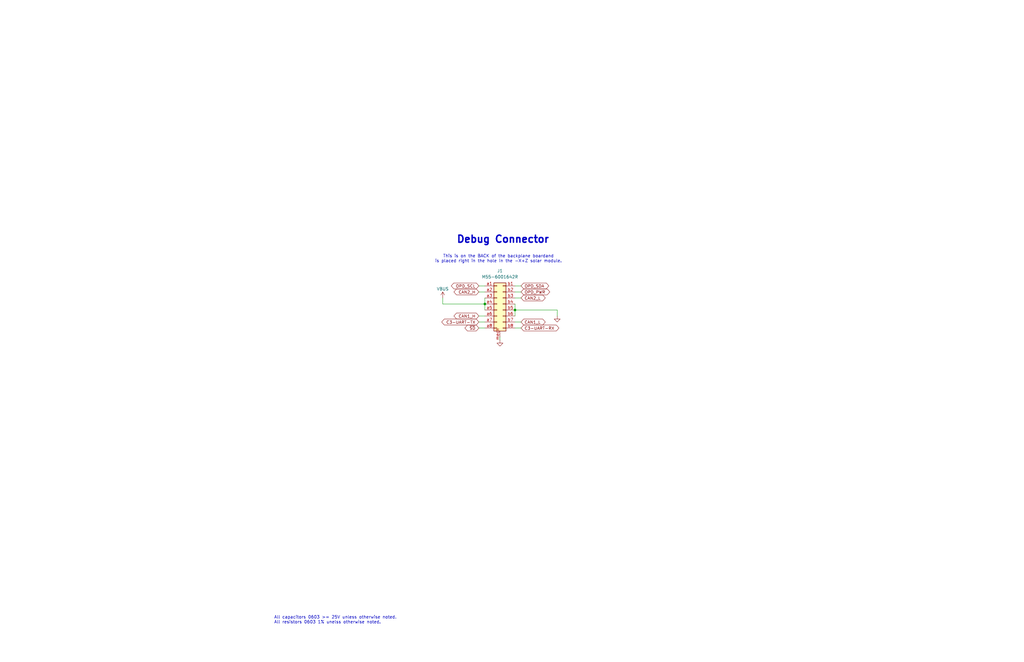
<source format=kicad_sch>
(kicad_sch (version 20250114) (generator "eeschema") (generator_version "9.0")
  (paper "USLedger")
  (title_block (title "OreSat1 2U Backplane") (date "2025-09-28") (rev "1.0") (company "Portland State Aerospace Society"))
  (lib_symbols
    (symbol "oresat-connectors:m55-6001642" (pin_names (hide yes))
      (property "Reference" "J" (at 0 0 0))
      (property "Value" "m55-6001642" (at 0 0 0))
      (symbol "m55-6001642_1_1"
        (rectangle (start -2.54 -1.27) (end 2.54 -21.59) (stroke (width 0.254)) (fill (type background)))
        (rectangle (start -2.54 -2.413) (end -1.27 -2.667) (stroke (width 0.1524)))
        (rectangle (start -2.54 -4.953) (end -1.27 -5.207) (stroke (width 0.1524)))
        (rectangle (start -2.54 -7.493) (end -1.27 -7.747) (stroke (width 0.1524)))
        (rectangle (start -2.54 -10.033) (end -1.27 -10.287) (stroke (width 0.1524)))
        (rectangle (start -2.54 -12.573) (end -1.27 -12.827) (stroke (width 0.1524)))
        (rectangle (start -2.54 -15.113) (end -1.27 -15.367) (stroke (width 0.1524)))
        (rectangle (start -2.54 -17.653) (end -1.27 -17.907) (stroke (width 0.1524)))
        (rectangle (start -2.54 -20.193) (end -1.27 -20.447) (stroke (width 0.1524)))
        (rectangle (start 2.54 -2.413) (end 1.27 -2.667) (stroke (width 0.1524)))
        (rectangle (start 2.54 -4.953) (end 1.27 -5.207) (stroke (width 0.1524)))
        (rectangle (start 2.54 -7.493) (end 1.27 -7.747) (stroke (width 0.1524)))
        (rectangle (start 2.54 -10.033) (end 1.27 -10.287) (stroke (width 0.1524)))
        (rectangle (start 2.54 -12.573) (end 1.27 -12.827) (stroke (width 0.1524)))
        (rectangle (start 2.54 -15.113) (end 1.27 -15.367) (stroke (width 0.1524)))
        (rectangle (start 2.54 -17.653) (end 1.27 -17.907) (stroke (width 0.1524)))
        (rectangle (start 2.54 -20.193) (end 1.27 -20.447) (stroke (width 0.1524)))
        (pin passive line (at -6.35 -2.54 0) (length 3.81) (name "Pin_a1") (number "a1"))
        (pin passive line (at -6.35 -5.08 0) (length 3.81) (name "Pin_a2") (number "a2"))
        (pin passive line (at -6.35 -7.62 0) (length 3.81) (name "Pin_a3") (number "a3"))
        (pin passive line (at -6.35 -10.16 0) (length 3.81) (name "Pin_a4") (number "a4"))
        (pin passive line (at -6.35 -12.7 0) (length 3.81) (name "Pin_a5") (number "a5"))
        (pin passive line (at -6.35 -15.24 0) (length 3.81) (name "Pin_a6") (number "a6"))
        (pin passive line (at -6.35 -17.78 0) (length 3.81) (name "Pin_a7") (number "a7"))
        (pin passive line (at -6.35 -20.32 0) (length 3.81) (name "Pin_a8") (number "a8"))
        (pin passive line (at 0 -24.13 90) (length 2.54) (name "") (number "mech"))
        (pin passive line (at 6.35 -2.54 180) (length 3.81) (name "Pin_b1") (number "b1"))
        (pin passive line (at 6.35 -5.08 180) (length 3.81) (name "Pin_b2") (number "b2"))
        (pin passive line (at 6.35 -7.62 180) (length 3.81) (name "Pin_b3") (number "b3"))
        (pin passive line (at 6.35 -10.16 180) (length 3.81) (name "Pin_b4") (number "b4"))
        (pin passive line (at 6.35 -12.7 180) (length 3.81) (name "Pin_b5") (number "b5"))
        (pin passive line (at 6.35 -15.24 180) (length 3.81) (name "Pin_b6") (number "b6"))
        (pin passive line (at 6.35 -17.78 180) (length 3.81) (name "Pin_b7") (number "b7"))
        (pin passive line (at 6.35 -20.32 180) (length 3.81) (name "Pin_b8") (number "b8"))
      )
    )
    (symbol "oresat-power:VBUS" (power) (pin_names (offset 0))
      (property "Value" "VBUS" (at 0 3.556 0))
      (symbol "VBUS_0_1"
        (polyline (pts (xy -0.762 1.27) (xy 0 2.54)))
        (polyline (pts (xy 0 2.54) (xy 0.762 1.27)))
        (polyline (pts (xy 0 0) (xy 0 2.54)))
      )
      (symbol "VBUS_1_1"
        (pin power_in line (at 0 0 90) (length 0) (hide yes) (name "VBUS") (number "1"))
      )
    )
    (symbol "power:GND" (power) (pin_names (offset 0))
      (property "Value" "GND" (at 0 -3.81 0))
      (symbol "GND_0_1"
        (polyline (pts (xy 0 0) (xy 0 -1.27) (xy 1.27 -1.27) (xy 0 -2.54) (xy -1.27 -1.27) (xy 0 -1.27)))
      )
      (symbol "GND_1_1"
        (pin power_in line (at 0 0 270) (length 0) (hide yes) (name "GND") (number "1"))
      )
    )
  )
  (text "This is on the BACK of the backplane boardand\nis placed right in the hole in the -X+Z solar module.\n" (at 210.185 109.22 0) (effects (font (size 1.27 1.27))))
  (text "Debug Connector" (at 192.405 102.87 0) (effects (font (size 3 3) (thickness 0.6) (bold yes)) (justify left bottom)))
  (text "All capacitors 0603 >= 25V unless otherwise noted.\nAll resistors 0603 1% unelss otherwise noted." (at 115.57 261.62 0) (effects (font (size 1.27 1.27)) (justify left)))
  (junction (at 204.47 128.27))
  (junction (at 217.17 130.81))
  (wire (pts (xy 219.71 120.65) (xy 217.17 120.65)))
  (wire (pts (xy 186.69 128.27) (xy 204.47 128.27)))
  (wire (pts (xy 210.82 143.51) (xy 210.82 142.24)))
  (wire (pts (xy 219.71 138.43) (xy 217.17 138.43)))
  (wire (pts (xy 219.71 123.19) (xy 217.17 123.19)))
  (wire (pts (xy 201.93 120.65) (xy 204.47 120.65)))
  (wire (pts (xy 201.93 123.19) (xy 204.47 123.19)))
  (wire (pts (xy 217.17 130.81) (xy 234.95 130.81)))
  (wire (pts (xy 217.17 130.81) (xy 217.17 133.35)))
  (wire (pts (xy 217.17 128.27) (xy 217.17 130.81)))
  (wire (pts (xy 186.69 128.27) (xy 186.69 125.73)))
  (wire (pts (xy 219.71 125.73) (xy 217.17 125.73)))
  (wire (pts (xy 234.95 130.81) (xy 234.95 133.35)))
  (wire (pts (xy 201.93 135.89) (xy 204.47 135.89)))
  (wire (pts (xy 204.47 128.27) (xy 204.47 130.81)))
  (wire (pts (xy 219.71 135.89) (xy 217.17 135.89)))
  (wire (pts (xy 201.93 138.43) (xy 204.47 138.43)))
  (wire (pts (xy 201.93 133.35) (xy 204.47 133.35)))
  (wire (pts (xy 204.47 125.73) (xy 204.47 128.27)))
  (global_label "OPD_SCL" (shape bidirectional) (at 201.93 120.65 180) (effects (font (size 1.2446 1.2446))) (property "Intersheetrefs" "${INTERSHEET_REFS}" (effects (hide yes))))
  (global_label "~{SD}" (shape bidirectional) (at 201.93 138.43 180) (effects (font (size 1.2446 1.2446))) (property "Intersheetrefs" "${INTERSHEET_REFS}" (effects (hide yes))))
  (global_label "CAN2_L" (shape bidirectional) (at 219.71 125.73 0) (effects (font (size 1.2446 1.2446))) (property "Intersheetrefs" "${INTERSHEET_REFS}" (effects (hide yes))))
  (global_label "C3-UART-TX" (shape bidirectional) (at 201.93 135.89 180) (effects (font (size 1.2446 1.2446))) (property "Intersheetrefs" "${INTERSHEET_REFS}" (effects (hide yes))))
  (global_label "OPD_SDA" (shape bidirectional) (at 219.71 120.65 0) (effects (font (size 1.2446 1.2446))) (property "Intersheetrefs" "${INTERSHEET_REFS}" (effects (hide yes))))
  (global_label "CAN2_H" (shape bidirectional) (at 201.93 123.19 180) (effects (font (size 1.2446 1.2446))) (property "Intersheetrefs" "${INTERSHEET_REFS}" (effects (hide yes))))
  (global_label "C3-UART-RX" (shape bidirectional) (at 219.71 138.43 0) (effects (font (size 1.2446 1.2446))) (property "Intersheetrefs" "${INTERSHEET_REFS}" (effects (hide yes))))
  (global_label "CAN1_H" (shape bidirectional) (at 201.93 133.35 180) (effects (font (size 1.2446 1.2446))) (property "Intersheetrefs" "${INTERSHEET_REFS}" (effects (hide yes))))
  (global_label "CAN1_L" (shape bidirectional) (at 219.71 135.89 0) (effects (font (size 1.2446 1.2446))) (property "Intersheetrefs" "${INTERSHEET_REFS}" (effects (hide yes))))
  (global_label "OPD_PWR" (shape bidirectional) (at 219.71 123.19 0) (effects (font (size 1.2446 1.2446))) (property "Intersheetrefs" "${INTERSHEET_REFS}" (effects (hide yes))))
  (symbol (lib_id "power:GND") (at 234.95 133.35 0) (unit 1)
    (property "Reference" "#GND018" (effects (hide yes)))
    (property "Value" "GND" (effects (hide yes)))
    (property "Footprint" "oresat-backplane-2u:" (effects (hide yes)))
  )
  (symbol (lib_id "power:GND") (at 210.82 143.51 0) (unit 1)
    (property "Reference" "#GND0132" (effects (hide yes)))
    (property "Value" "GND" (effects (hide yes)))
    (property "Footprint" "oresat-backplane-2u:" (effects (hide yes)))
  )
  (symbol (lib_id "oresat-connectors:m55-6001642") (at 210.82 118.11 0) (unit 1)
    (property "Reference" "J1" (at 210.82 114.3 0))
    (property "Value" "M55-6001642R" (at 210.82 116.84 0))
    (property "Footprint" "oresat-connectors:m55-6001642" (effects (hide yes)))
    (property "Datasheet" "https://content.harwin.com/m/2cac2cb517718988/original/PD010-Product-Datasheet-KONTROL-M55-range-BBi.pdf" (effects (hide yes)))
    (property "Description" "16 Position Receptacle Connector 0.050\" (1.27mm) Surface Mount Gold" (effects (hide yes)))
    (property "DIS" "DigiKey" (effects (hide yes)))
    (property "DPN" "952-3836-1-ND" (effects (hide yes)))
    (property "MFR" "Harwin Inc." (effects (hide yes)))
    (property "MPN" "M55-6001642R" (effects (hide yes)))
  )
  (symbol (lib_id "oresat-power:VBUS") (at 186.69 125.73 0) (unit 1)
    (property "Reference" "#VBUS01" (effects (hide yes)))
    (property "Value" "VBUS" (at 186.69 121.92 0))
    (property "Description" "Power symbol creates a global label with name \"VBUS\"" (effects (hide yes)))
  )
)
</source>
